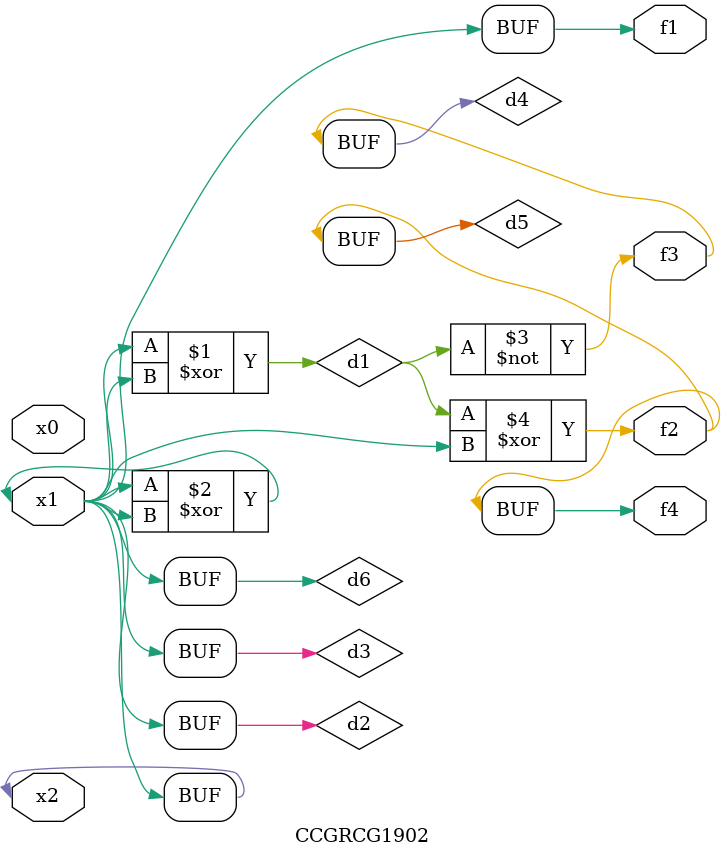
<source format=v>
module CCGRCG1902(
	input x0, x1, x2,
	output f1, f2, f3, f4
);

	wire d1, d2, d3, d4, d5, d6;

	xor (d1, x1, x2);
	buf (d2, x1, x2);
	xor (d3, x1, x2);
	nor (d4, d1);
	xor (d5, d1, d2);
	buf (d6, d2, d3);
	assign f1 = d6;
	assign f2 = d5;
	assign f3 = d4;
	assign f4 = d5;
endmodule

</source>
